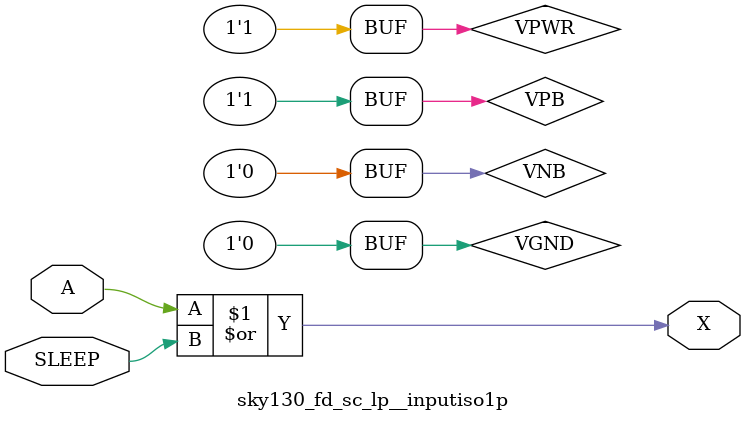
<source format=v>



module sky130_fd_sc_lp__inputiso1p (
    X    ,
    A    ,
    SLEEP
);

    output X    ;
    input  A    ;
    input  SLEEP;

    supply1 VPWR;
    supply0 VGND;
    supply1 VPB ;
    supply0 VNB ;

    or  or0  (X     , A, SLEEP       );

endmodule

</source>
